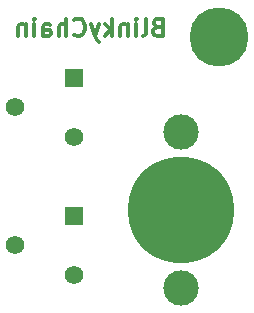
<source format=gbs>
G04 #@! TF.GenerationSoftware,KiCad,Pcbnew,8.0.1*
G04 #@! TF.CreationDate,2024-07-04T15:13:31+08:00*
G04 #@! TF.ProjectId,555Sandbox,35353553-616e-4646-926f-782e6b696361,1.0.0*
G04 #@! TF.SameCoordinates,Original*
G04 #@! TF.FileFunction,Soldermask,Bot*
G04 #@! TF.FilePolarity,Negative*
%FSLAX46Y46*%
G04 Gerber Fmt 4.6, Leading zero omitted, Abs format (unit mm)*
G04 Created by KiCad (PCBNEW 8.0.1) date 2024-07-04 15:13:31*
%MOMM*%
%LPD*%
G01*
G04 APERTURE LIST*
%ADD10C,0.300000*%
%ADD11R,1.560000X1.560000*%
%ADD12C,1.560000*%
%ADD13C,5.000000*%
%ADD14C,3.000000*%
%ADD15C,9.000000*%
G04 APERTURE END LIST*
D10*
X88395489Y-69115114D02*
X88181203Y-69186542D01*
X88181203Y-69186542D02*
X88109774Y-69257971D01*
X88109774Y-69257971D02*
X88038346Y-69400828D01*
X88038346Y-69400828D02*
X88038346Y-69615114D01*
X88038346Y-69615114D02*
X88109774Y-69757971D01*
X88109774Y-69757971D02*
X88181203Y-69829400D01*
X88181203Y-69829400D02*
X88324060Y-69900828D01*
X88324060Y-69900828D02*
X88895489Y-69900828D01*
X88895489Y-69900828D02*
X88895489Y-68400828D01*
X88895489Y-68400828D02*
X88395489Y-68400828D01*
X88395489Y-68400828D02*
X88252632Y-68472257D01*
X88252632Y-68472257D02*
X88181203Y-68543685D01*
X88181203Y-68543685D02*
X88109774Y-68686542D01*
X88109774Y-68686542D02*
X88109774Y-68829400D01*
X88109774Y-68829400D02*
X88181203Y-68972257D01*
X88181203Y-68972257D02*
X88252632Y-69043685D01*
X88252632Y-69043685D02*
X88395489Y-69115114D01*
X88395489Y-69115114D02*
X88895489Y-69115114D01*
X87181203Y-69900828D02*
X87324060Y-69829400D01*
X87324060Y-69829400D02*
X87395489Y-69686542D01*
X87395489Y-69686542D02*
X87395489Y-68400828D01*
X86609775Y-69900828D02*
X86609775Y-68900828D01*
X86609775Y-68400828D02*
X86681203Y-68472257D01*
X86681203Y-68472257D02*
X86609775Y-68543685D01*
X86609775Y-68543685D02*
X86538346Y-68472257D01*
X86538346Y-68472257D02*
X86609775Y-68400828D01*
X86609775Y-68400828D02*
X86609775Y-68543685D01*
X85895489Y-68900828D02*
X85895489Y-69900828D01*
X85895489Y-69043685D02*
X85824060Y-68972257D01*
X85824060Y-68972257D02*
X85681203Y-68900828D01*
X85681203Y-68900828D02*
X85466917Y-68900828D01*
X85466917Y-68900828D02*
X85324060Y-68972257D01*
X85324060Y-68972257D02*
X85252632Y-69115114D01*
X85252632Y-69115114D02*
X85252632Y-69900828D01*
X84538346Y-69900828D02*
X84538346Y-68400828D01*
X84395489Y-69329400D02*
X83966917Y-69900828D01*
X83966917Y-68900828D02*
X84538346Y-69472257D01*
X83466917Y-68900828D02*
X83109774Y-69900828D01*
X82752631Y-68900828D02*
X83109774Y-69900828D01*
X83109774Y-69900828D02*
X83252631Y-70257971D01*
X83252631Y-70257971D02*
X83324060Y-70329400D01*
X83324060Y-70329400D02*
X83466917Y-70400828D01*
X81324060Y-69757971D02*
X81395488Y-69829400D01*
X81395488Y-69829400D02*
X81609774Y-69900828D01*
X81609774Y-69900828D02*
X81752631Y-69900828D01*
X81752631Y-69900828D02*
X81966917Y-69829400D01*
X81966917Y-69829400D02*
X82109774Y-69686542D01*
X82109774Y-69686542D02*
X82181203Y-69543685D01*
X82181203Y-69543685D02*
X82252631Y-69257971D01*
X82252631Y-69257971D02*
X82252631Y-69043685D01*
X82252631Y-69043685D02*
X82181203Y-68757971D01*
X82181203Y-68757971D02*
X82109774Y-68615114D01*
X82109774Y-68615114D02*
X81966917Y-68472257D01*
X81966917Y-68472257D02*
X81752631Y-68400828D01*
X81752631Y-68400828D02*
X81609774Y-68400828D01*
X81609774Y-68400828D02*
X81395488Y-68472257D01*
X81395488Y-68472257D02*
X81324060Y-68543685D01*
X80681203Y-69900828D02*
X80681203Y-68400828D01*
X80038346Y-69900828D02*
X80038346Y-69115114D01*
X80038346Y-69115114D02*
X80109774Y-68972257D01*
X80109774Y-68972257D02*
X80252631Y-68900828D01*
X80252631Y-68900828D02*
X80466917Y-68900828D01*
X80466917Y-68900828D02*
X80609774Y-68972257D01*
X80609774Y-68972257D02*
X80681203Y-69043685D01*
X78681203Y-69900828D02*
X78681203Y-69115114D01*
X78681203Y-69115114D02*
X78752631Y-68972257D01*
X78752631Y-68972257D02*
X78895488Y-68900828D01*
X78895488Y-68900828D02*
X79181203Y-68900828D01*
X79181203Y-68900828D02*
X79324060Y-68972257D01*
X78681203Y-69829400D02*
X78824060Y-69900828D01*
X78824060Y-69900828D02*
X79181203Y-69900828D01*
X79181203Y-69900828D02*
X79324060Y-69829400D01*
X79324060Y-69829400D02*
X79395488Y-69686542D01*
X79395488Y-69686542D02*
X79395488Y-69543685D01*
X79395488Y-69543685D02*
X79324060Y-69400828D01*
X79324060Y-69400828D02*
X79181203Y-69329400D01*
X79181203Y-69329400D02*
X78824060Y-69329400D01*
X78824060Y-69329400D02*
X78681203Y-69257971D01*
X77966917Y-69900828D02*
X77966917Y-68900828D01*
X77966917Y-68400828D02*
X78038345Y-68472257D01*
X78038345Y-68472257D02*
X77966917Y-68543685D01*
X77966917Y-68543685D02*
X77895488Y-68472257D01*
X77895488Y-68472257D02*
X77966917Y-68400828D01*
X77966917Y-68400828D02*
X77966917Y-68543685D01*
X77252631Y-68900828D02*
X77252631Y-69900828D01*
X77252631Y-69043685D02*
X77181202Y-68972257D01*
X77181202Y-68972257D02*
X77038345Y-68900828D01*
X77038345Y-68900828D02*
X76824059Y-68900828D01*
X76824059Y-68900828D02*
X76681202Y-68972257D01*
X76681202Y-68972257D02*
X76609774Y-69115114D01*
X76609774Y-69115114D02*
X76609774Y-69900828D01*
D11*
X81350000Y-73400000D03*
D12*
X76350000Y-75900000D03*
X81350000Y-78400000D03*
D13*
X93600000Y-69950000D03*
D11*
X81350000Y-85100000D03*
D12*
X76350000Y-87600000D03*
X81350000Y-90100000D03*
D14*
X90350000Y-78000000D03*
X90350000Y-91200000D03*
D15*
X90350000Y-84600000D03*
M02*

</source>
